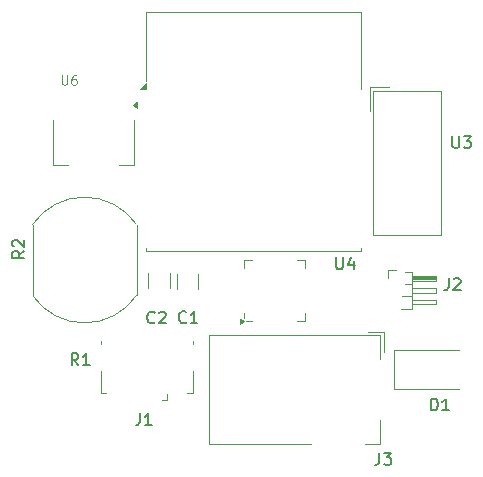
<source format=gbr>
%TF.GenerationSoftware,KiCad,Pcbnew,8.0.6*%
%TF.CreationDate,2025-07-13T00:12:13+05:30*%
%TF.ProjectId,Plant,506c616e-742e-46b6-9963-61645f706362,rev?*%
%TF.SameCoordinates,Original*%
%TF.FileFunction,Legend,Top*%
%TF.FilePolarity,Positive*%
%FSLAX46Y46*%
G04 Gerber Fmt 4.6, Leading zero omitted, Abs format (unit mm)*
G04 Created by KiCad (PCBNEW 8.0.6) date 2025-07-13 00:12:13*
%MOMM*%
%LPD*%
G01*
G04 APERTURE LIST*
%ADD10C,0.150000*%
%ADD11C,0.120000*%
G04 APERTURE END LIST*
D10*
X116546333Y-94663419D02*
X116213000Y-94187228D01*
X115974905Y-94663419D02*
X115974905Y-93663419D01*
X115974905Y-93663419D02*
X116355857Y-93663419D01*
X116355857Y-93663419D02*
X116451095Y-93711038D01*
X116451095Y-93711038D02*
X116498714Y-93758657D01*
X116498714Y-93758657D02*
X116546333Y-93853895D01*
X116546333Y-93853895D02*
X116546333Y-93996752D01*
X116546333Y-93996752D02*
X116498714Y-94091990D01*
X116498714Y-94091990D02*
X116451095Y-94139609D01*
X116451095Y-94139609D02*
X116355857Y-94187228D01*
X116355857Y-94187228D02*
X115974905Y-94187228D01*
X117498714Y-94663419D02*
X116927286Y-94663419D01*
X117213000Y-94663419D02*
X117213000Y-93663419D01*
X117213000Y-93663419D02*
X117117762Y-93806276D01*
X117117762Y-93806276D02*
X117022524Y-93901514D01*
X117022524Y-93901514D02*
X116927286Y-93949133D01*
X125664933Y-91012180D02*
X125617314Y-91059800D01*
X125617314Y-91059800D02*
X125474457Y-91107419D01*
X125474457Y-91107419D02*
X125379219Y-91107419D01*
X125379219Y-91107419D02*
X125236362Y-91059800D01*
X125236362Y-91059800D02*
X125141124Y-90964561D01*
X125141124Y-90964561D02*
X125093505Y-90869323D01*
X125093505Y-90869323D02*
X125045886Y-90678847D01*
X125045886Y-90678847D02*
X125045886Y-90535990D01*
X125045886Y-90535990D02*
X125093505Y-90345514D01*
X125093505Y-90345514D02*
X125141124Y-90250276D01*
X125141124Y-90250276D02*
X125236362Y-90155038D01*
X125236362Y-90155038D02*
X125379219Y-90107419D01*
X125379219Y-90107419D02*
X125474457Y-90107419D01*
X125474457Y-90107419D02*
X125617314Y-90155038D01*
X125617314Y-90155038D02*
X125664933Y-90202657D01*
X126617314Y-91107419D02*
X126045886Y-91107419D01*
X126331600Y-91107419D02*
X126331600Y-90107419D01*
X126331600Y-90107419D02*
X126236362Y-90250276D01*
X126236362Y-90250276D02*
X126141124Y-90345514D01*
X126141124Y-90345514D02*
X126045886Y-90393133D01*
X142033666Y-102096219D02*
X142033666Y-102810504D01*
X142033666Y-102810504D02*
X141986047Y-102953361D01*
X141986047Y-102953361D02*
X141890809Y-103048600D01*
X141890809Y-103048600D02*
X141747952Y-103096219D01*
X141747952Y-103096219D02*
X141652714Y-103096219D01*
X142414619Y-102096219D02*
X143033666Y-102096219D01*
X143033666Y-102096219D02*
X142700333Y-102477171D01*
X142700333Y-102477171D02*
X142843190Y-102477171D01*
X142843190Y-102477171D02*
X142938428Y-102524790D01*
X142938428Y-102524790D02*
X142986047Y-102572409D01*
X142986047Y-102572409D02*
X143033666Y-102667647D01*
X143033666Y-102667647D02*
X143033666Y-102905742D01*
X143033666Y-102905742D02*
X142986047Y-103000980D01*
X142986047Y-103000980D02*
X142938428Y-103048600D01*
X142938428Y-103048600D02*
X142843190Y-103096219D01*
X142843190Y-103096219D02*
X142557476Y-103096219D01*
X142557476Y-103096219D02*
X142462238Y-103048600D01*
X142462238Y-103048600D02*
X142414619Y-103000980D01*
X111960819Y-84977266D02*
X111484628Y-85310599D01*
X111960819Y-85548694D02*
X110960819Y-85548694D01*
X110960819Y-85548694D02*
X110960819Y-85167742D01*
X110960819Y-85167742D02*
X111008438Y-85072504D01*
X111008438Y-85072504D02*
X111056057Y-85024885D01*
X111056057Y-85024885D02*
X111151295Y-84977266D01*
X111151295Y-84977266D02*
X111294152Y-84977266D01*
X111294152Y-84977266D02*
X111389390Y-85024885D01*
X111389390Y-85024885D02*
X111437009Y-85072504D01*
X111437009Y-85072504D02*
X111484628Y-85167742D01*
X111484628Y-85167742D02*
X111484628Y-85548694D01*
X111056057Y-84596313D02*
X111008438Y-84548694D01*
X111008438Y-84548694D02*
X110960819Y-84453456D01*
X110960819Y-84453456D02*
X110960819Y-84215361D01*
X110960819Y-84215361D02*
X111008438Y-84120123D01*
X111008438Y-84120123D02*
X111056057Y-84072504D01*
X111056057Y-84072504D02*
X111151295Y-84024885D01*
X111151295Y-84024885D02*
X111246533Y-84024885D01*
X111246533Y-84024885D02*
X111389390Y-84072504D01*
X111389390Y-84072504D02*
X111960819Y-84643932D01*
X111960819Y-84643932D02*
X111960819Y-84024885D01*
X122997933Y-91037580D02*
X122950314Y-91085200D01*
X122950314Y-91085200D02*
X122807457Y-91132819D01*
X122807457Y-91132819D02*
X122712219Y-91132819D01*
X122712219Y-91132819D02*
X122569362Y-91085200D01*
X122569362Y-91085200D02*
X122474124Y-90989961D01*
X122474124Y-90989961D02*
X122426505Y-90894723D01*
X122426505Y-90894723D02*
X122378886Y-90704247D01*
X122378886Y-90704247D02*
X122378886Y-90561390D01*
X122378886Y-90561390D02*
X122426505Y-90370914D01*
X122426505Y-90370914D02*
X122474124Y-90275676D01*
X122474124Y-90275676D02*
X122569362Y-90180438D01*
X122569362Y-90180438D02*
X122712219Y-90132819D01*
X122712219Y-90132819D02*
X122807457Y-90132819D01*
X122807457Y-90132819D02*
X122950314Y-90180438D01*
X122950314Y-90180438D02*
X122997933Y-90228057D01*
X123378886Y-90228057D02*
X123426505Y-90180438D01*
X123426505Y-90180438D02*
X123521743Y-90132819D01*
X123521743Y-90132819D02*
X123759838Y-90132819D01*
X123759838Y-90132819D02*
X123855076Y-90180438D01*
X123855076Y-90180438D02*
X123902695Y-90228057D01*
X123902695Y-90228057D02*
X123950314Y-90323295D01*
X123950314Y-90323295D02*
X123950314Y-90418533D01*
X123950314Y-90418533D02*
X123902695Y-90561390D01*
X123902695Y-90561390D02*
X123331267Y-91132819D01*
X123331267Y-91132819D02*
X123950314Y-91132819D01*
D11*
X115138276Y-70125055D02*
X115138276Y-70772674D01*
X115138276Y-70772674D02*
X115176371Y-70848864D01*
X115176371Y-70848864D02*
X115214466Y-70886960D01*
X115214466Y-70886960D02*
X115290657Y-70925055D01*
X115290657Y-70925055D02*
X115443038Y-70925055D01*
X115443038Y-70925055D02*
X115519228Y-70886960D01*
X115519228Y-70886960D02*
X115557323Y-70848864D01*
X115557323Y-70848864D02*
X115595419Y-70772674D01*
X115595419Y-70772674D02*
X115595419Y-70125055D01*
X116319228Y-70125055D02*
X116166847Y-70125055D01*
X116166847Y-70125055D02*
X116090656Y-70163150D01*
X116090656Y-70163150D02*
X116052561Y-70201245D01*
X116052561Y-70201245D02*
X115976371Y-70315531D01*
X115976371Y-70315531D02*
X115938275Y-70467912D01*
X115938275Y-70467912D02*
X115938275Y-70772674D01*
X115938275Y-70772674D02*
X115976371Y-70848864D01*
X115976371Y-70848864D02*
X116014466Y-70886960D01*
X116014466Y-70886960D02*
X116090656Y-70925055D01*
X116090656Y-70925055D02*
X116243037Y-70925055D01*
X116243037Y-70925055D02*
X116319228Y-70886960D01*
X116319228Y-70886960D02*
X116357323Y-70848864D01*
X116357323Y-70848864D02*
X116395418Y-70772674D01*
X116395418Y-70772674D02*
X116395418Y-70582198D01*
X116395418Y-70582198D02*
X116357323Y-70506007D01*
X116357323Y-70506007D02*
X116319228Y-70467912D01*
X116319228Y-70467912D02*
X116243037Y-70429817D01*
X116243037Y-70429817D02*
X116090656Y-70429817D01*
X116090656Y-70429817D02*
X116014466Y-70467912D01*
X116014466Y-70467912D02*
X115976371Y-70506007D01*
X115976371Y-70506007D02*
X115938275Y-70582198D01*
D10*
X148209095Y-75273819D02*
X148209095Y-76083342D01*
X148209095Y-76083342D02*
X148256714Y-76178580D01*
X148256714Y-76178580D02*
X148304333Y-76226200D01*
X148304333Y-76226200D02*
X148399571Y-76273819D01*
X148399571Y-76273819D02*
X148590047Y-76273819D01*
X148590047Y-76273819D02*
X148685285Y-76226200D01*
X148685285Y-76226200D02*
X148732904Y-76178580D01*
X148732904Y-76178580D02*
X148780523Y-76083342D01*
X148780523Y-76083342D02*
X148780523Y-75273819D01*
X149161476Y-75273819D02*
X149780523Y-75273819D01*
X149780523Y-75273819D02*
X149447190Y-75654771D01*
X149447190Y-75654771D02*
X149590047Y-75654771D01*
X149590047Y-75654771D02*
X149685285Y-75702390D01*
X149685285Y-75702390D02*
X149732904Y-75750009D01*
X149732904Y-75750009D02*
X149780523Y-75845247D01*
X149780523Y-75845247D02*
X149780523Y-76083342D01*
X149780523Y-76083342D02*
X149732904Y-76178580D01*
X149732904Y-76178580D02*
X149685285Y-76226200D01*
X149685285Y-76226200D02*
X149590047Y-76273819D01*
X149590047Y-76273819D02*
X149304333Y-76273819D01*
X149304333Y-76273819D02*
X149209095Y-76226200D01*
X149209095Y-76226200D02*
X149161476Y-76178580D01*
X147901066Y-87313419D02*
X147901066Y-88027704D01*
X147901066Y-88027704D02*
X147853447Y-88170561D01*
X147853447Y-88170561D02*
X147758209Y-88265800D01*
X147758209Y-88265800D02*
X147615352Y-88313419D01*
X147615352Y-88313419D02*
X147520114Y-88313419D01*
X148329638Y-87408657D02*
X148377257Y-87361038D01*
X148377257Y-87361038D02*
X148472495Y-87313419D01*
X148472495Y-87313419D02*
X148710590Y-87313419D01*
X148710590Y-87313419D02*
X148805828Y-87361038D01*
X148805828Y-87361038D02*
X148853447Y-87408657D01*
X148853447Y-87408657D02*
X148901066Y-87503895D01*
X148901066Y-87503895D02*
X148901066Y-87599133D01*
X148901066Y-87599133D02*
X148853447Y-87741990D01*
X148853447Y-87741990D02*
X148282019Y-88313419D01*
X148282019Y-88313419D02*
X148901066Y-88313419D01*
X146404105Y-98498819D02*
X146404105Y-97498819D01*
X146404105Y-97498819D02*
X146642200Y-97498819D01*
X146642200Y-97498819D02*
X146785057Y-97546438D01*
X146785057Y-97546438D02*
X146880295Y-97641676D01*
X146880295Y-97641676D02*
X146927914Y-97736914D01*
X146927914Y-97736914D02*
X146975533Y-97927390D01*
X146975533Y-97927390D02*
X146975533Y-98070247D01*
X146975533Y-98070247D02*
X146927914Y-98260723D01*
X146927914Y-98260723D02*
X146880295Y-98355961D01*
X146880295Y-98355961D02*
X146785057Y-98451200D01*
X146785057Y-98451200D02*
X146642200Y-98498819D01*
X146642200Y-98498819D02*
X146404105Y-98498819D01*
X147927914Y-98498819D02*
X147356486Y-98498819D01*
X147642200Y-98498819D02*
X147642200Y-97498819D01*
X147642200Y-97498819D02*
X147546962Y-97641676D01*
X147546962Y-97641676D02*
X147451724Y-97736914D01*
X147451724Y-97736914D02*
X147356486Y-97784533D01*
X138379295Y-85535419D02*
X138379295Y-86344942D01*
X138379295Y-86344942D02*
X138426914Y-86440180D01*
X138426914Y-86440180D02*
X138474533Y-86487800D01*
X138474533Y-86487800D02*
X138569771Y-86535419D01*
X138569771Y-86535419D02*
X138760247Y-86535419D01*
X138760247Y-86535419D02*
X138855485Y-86487800D01*
X138855485Y-86487800D02*
X138903104Y-86440180D01*
X138903104Y-86440180D02*
X138950723Y-86344942D01*
X138950723Y-86344942D02*
X138950723Y-85535419D01*
X139855485Y-85868752D02*
X139855485Y-86535419D01*
X139617390Y-85487800D02*
X139379295Y-86202085D01*
X139379295Y-86202085D02*
X139998342Y-86202085D01*
X121764466Y-98743419D02*
X121764466Y-99457704D01*
X121764466Y-99457704D02*
X121716847Y-99600561D01*
X121716847Y-99600561D02*
X121621609Y-99695800D01*
X121621609Y-99695800D02*
X121478752Y-99743419D01*
X121478752Y-99743419D02*
X121383514Y-99743419D01*
X122764466Y-99743419D02*
X122193038Y-99743419D01*
X122478752Y-99743419D02*
X122478752Y-98743419D01*
X122478752Y-98743419D02*
X122383514Y-98886276D01*
X122383514Y-98886276D02*
X122288276Y-98981514D01*
X122288276Y-98981514D02*
X122193038Y-99029133D01*
D11*
%TO.C,C1*%
X124860800Y-86970200D02*
X124860800Y-88228200D01*
X126700800Y-86970200D02*
X126700800Y-88228200D01*
%TO.C,J3*%
X127606200Y-92123800D02*
X142106200Y-92123800D01*
X127606200Y-101323800D02*
X127606200Y-92123800D01*
X136206200Y-101323800D02*
X127606200Y-101323800D01*
X142106200Y-92123800D02*
X142106200Y-94123800D01*
X142106200Y-99323800D02*
X142106200Y-101323800D01*
X142106200Y-101323800D02*
X140806200Y-101323800D01*
X142406200Y-91823800D02*
X141106200Y-91823800D01*
X142406200Y-93523800D02*
X142406200Y-91823800D01*
%TO.C,R2*%
X112668600Y-82760400D02*
X112668600Y-88760400D01*
X121468600Y-82760400D02*
X121468600Y-88760400D01*
X112668600Y-82760400D02*
G75*
G02*
X121446160Y-82727750I4400000J-3000000D01*
G01*
X121468600Y-88760400D02*
G75*
G02*
X112691040Y-88793050I-4400000J3000000D01*
G01*
%TO.C,C2*%
X122473200Y-88152000D02*
X122473200Y-86894000D01*
X124313200Y-88152000D02*
X124313200Y-86894000D01*
%TO.C,U5*%
X130535400Y-85745000D02*
X131260400Y-85745000D01*
X130535400Y-86470000D02*
X130535400Y-85745000D01*
X130535400Y-90240000D02*
X130535400Y-90665000D01*
X131260400Y-90965000D02*
X130775400Y-90965000D01*
X135755400Y-85745000D02*
X135030400Y-85745000D01*
X135755400Y-86470000D02*
X135755400Y-85745000D01*
X135755400Y-90240000D02*
X135755400Y-90965000D01*
X135755400Y-90965000D02*
X135030400Y-90965000D01*
X130535400Y-90965000D02*
X130205400Y-91205000D01*
X130205400Y-90725000D01*
X130535400Y-90965000D01*
G36*
X130535400Y-90965000D02*
G01*
X130205400Y-91205000D01*
X130205400Y-90725000D01*
X130535400Y-90965000D01*
G37*
%TO.C,U6*%
X114433900Y-73918200D02*
X114433900Y-77678200D01*
X114433900Y-77678200D02*
X115693900Y-77678200D01*
X121253900Y-73918200D02*
X121253900Y-77678200D01*
X121253900Y-77678200D02*
X119993900Y-77678200D01*
X121483900Y-72878200D02*
X121153900Y-72638200D01*
X121483900Y-72398200D01*
X121483900Y-72878200D01*
G36*
X121483900Y-72878200D02*
G01*
X121153900Y-72638200D01*
X121483900Y-72398200D01*
X121483900Y-72878200D01*
G37*
%TO.C,U3*%
X141213600Y-71136200D02*
X141213600Y-73136200D01*
X141213600Y-71136200D02*
X142823600Y-71136200D01*
X141493600Y-83676200D02*
X141493600Y-71426200D01*
X141503600Y-71416200D02*
X147243600Y-71416200D01*
X147253600Y-71416200D02*
X147253600Y-83676200D01*
X147253600Y-83676200D02*
X141493600Y-83676200D01*
%TO.C,J2*%
X142796200Y-86630800D02*
X143481200Y-86630800D01*
X142796200Y-87315800D02*
X142796200Y-86630800D01*
X143949415Y-88815800D02*
X144791200Y-88815800D01*
X144166200Y-86755800D02*
X144791200Y-86755800D01*
X144166200Y-87815800D02*
X144791200Y-87815800D01*
X144791200Y-86755800D02*
X144791200Y-89875800D01*
X144791200Y-87105800D02*
X146791200Y-87105800D01*
X144791200Y-87165800D02*
X146791200Y-87165800D01*
X144791200Y-87285800D02*
X146791200Y-87285800D01*
X144791200Y-87405800D02*
X146791200Y-87405800D01*
X144791200Y-88105800D02*
X146791200Y-88105800D01*
X144791200Y-89105800D02*
X146791200Y-89105800D01*
X144791200Y-89875800D02*
X143875693Y-89875800D01*
X146791200Y-87105800D02*
X146791200Y-87525800D01*
X146791200Y-87525800D02*
X144791200Y-87525800D01*
X146791200Y-88105800D02*
X146791200Y-88525800D01*
X146791200Y-88525800D02*
X144791200Y-88525800D01*
X146791200Y-89105800D02*
X146791200Y-89525800D01*
X146791200Y-89525800D02*
X144791200Y-89525800D01*
%TO.C,D1*%
X143302000Y-93396800D02*
X143302000Y-96696800D01*
X143302000Y-93396800D02*
X148812000Y-93396800D01*
X143302000Y-96696800D02*
X148812000Y-96696800D01*
%TO.C,U4*%
X122247600Y-64788600D02*
X122247600Y-70598600D01*
X122247600Y-64788600D02*
X140467600Y-64788600D01*
X122247600Y-84708600D02*
X122247600Y-85008600D01*
X122247600Y-85008600D02*
X140467600Y-85008600D01*
X140467600Y-64788600D02*
X140467600Y-71288600D01*
X140467600Y-84708600D02*
X140467600Y-85008600D01*
X122257600Y-71298600D02*
X121757600Y-71298600D01*
X122257600Y-70798600D01*
X122257600Y-71298600D01*
G36*
X122257600Y-71298600D02*
G01*
X121757600Y-71298600D01*
X122257600Y-70798600D01*
X122257600Y-71298600D01*
G37*
%TO.C,J1*%
X118435800Y-92630800D02*
X118435800Y-92880800D01*
X118435800Y-95180800D02*
X118435800Y-97030800D01*
X118435800Y-97030800D02*
X118885800Y-97030800D01*
X124035800Y-97580800D02*
X123585800Y-97580800D01*
X124035800Y-97580800D02*
X124035800Y-97130800D01*
X126235800Y-92630800D02*
X126235800Y-92880800D01*
X126235800Y-95180800D02*
X126235800Y-97030800D01*
X126235800Y-97030800D02*
X125785800Y-97030800D01*
%TD*%
M02*

</source>
